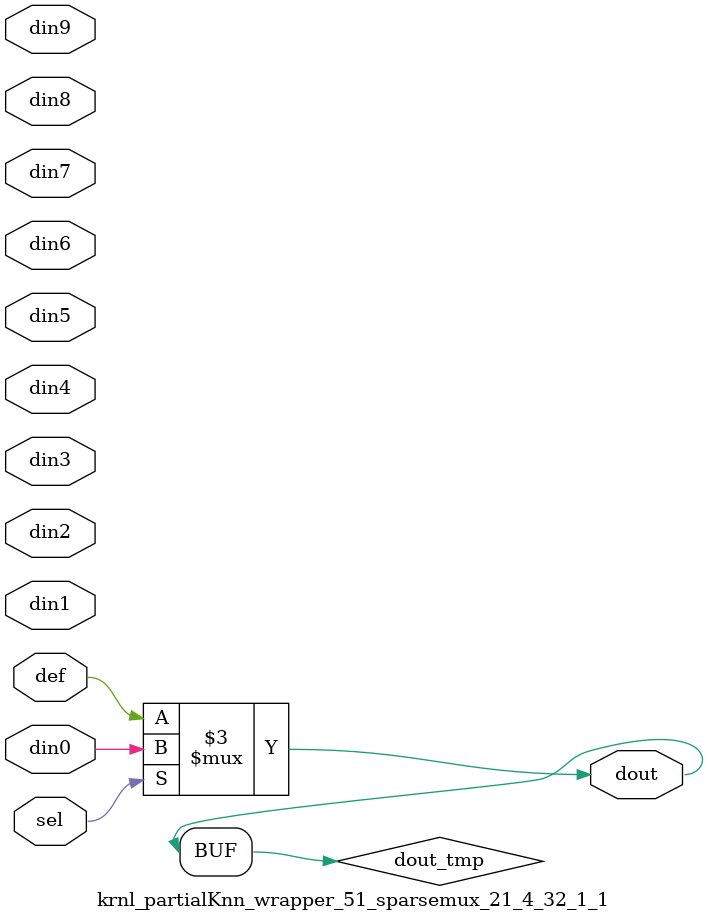
<source format=v>
`timescale 1 ns / 1 ps
module krnl_partialKnn_wrapper_51_sparsemux_21_4_32_1_1 (din0,din1,din2,din3,din4,din5,din6,din7,din8,din9,def,sel,dout);
parameter din0_WIDTH = 1;
parameter din1_WIDTH = 1;
parameter din2_WIDTH = 1;
parameter din3_WIDTH = 1;
parameter din4_WIDTH = 1;
parameter din5_WIDTH = 1;
parameter din6_WIDTH = 1;
parameter din7_WIDTH = 1;
parameter din8_WIDTH = 1;
parameter din9_WIDTH = 1;
parameter def_WIDTH = 1;
parameter sel_WIDTH = 1;
parameter dout_WIDTH = 1;
parameter [sel_WIDTH-1:0] CASE0 = 1;
parameter [sel_WIDTH-1:0] CASE1 = 1;
parameter [sel_WIDTH-1:0] CASE2 = 1;
parameter [sel_WIDTH-1:0] CASE3 = 1;
parameter [sel_WIDTH-1:0] CASE4 = 1;
parameter [sel_WIDTH-1:0] CASE5 = 1;
parameter [sel_WIDTH-1:0] CASE6 = 1;
parameter [sel_WIDTH-1:0] CASE7 = 1;
parameter [sel_WIDTH-1:0] CASE8 = 1;
parameter [sel_WIDTH-1:0] CASE9 = 1;
parameter ID = 1;
parameter NUM_STAGE = 1;
input [din0_WIDTH-1:0] din0;
input [din1_WIDTH-1:0] din1;
input [din2_WIDTH-1:0] din2;
input [din3_WIDTH-1:0] din3;
input [din4_WIDTH-1:0] din4;
input [din5_WIDTH-1:0] din5;
input [din6_WIDTH-1:0] din6;
input [din7_WIDTH-1:0] din7;
input [din8_WIDTH-1:0] din8;
input [din9_WIDTH-1:0] din9;
input [def_WIDTH-1:0] def;
input [sel_WIDTH-1:0] sel;
output [dout_WIDTH-1:0] dout;
reg [dout_WIDTH-1:0] dout_tmp;
always @ (*) begin
case (sel)
    
    CASE0 : dout_tmp = din0;
    
    CASE1 : dout_tmp = din1;
    
    CASE2 : dout_tmp = din2;
    
    CASE3 : dout_tmp = din3;
    
    CASE4 : dout_tmp = din4;
    
    CASE5 : dout_tmp = din5;
    
    CASE6 : dout_tmp = din6;
    
    CASE7 : dout_tmp = din7;
    
    CASE8 : dout_tmp = din8;
    
    CASE9 : dout_tmp = din9;
    
    default : dout_tmp = def;
endcase
end
assign dout = dout_tmp;
endmodule
</source>
